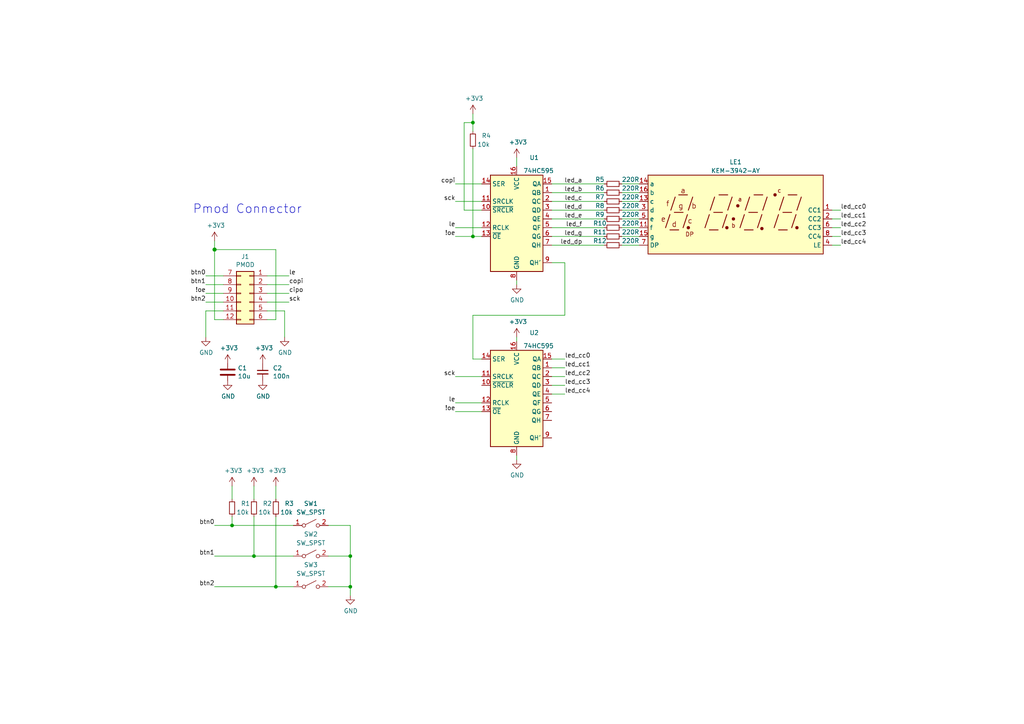
<source format=kicad_sch>
(kicad_sch (version 20230121) (generator eeschema)
  (paper "A4")
  (title_block (title "quad-7seg PMOD") (date "2020-12-10") (rev "r1.0") (company "GsD - @gregdavill") (comment 1 "PMOD"))
  (lib_symbols
    (symbol "74xx:74HC595"
      (property "Reference" "U" (at -7.62 13.97 0))
      (property "Value" "74HC595" (at -7.62 -16.51 0))
      (symbol "74HC595_1_0"
        (pin tri_state line (at 10.16 7.62 180) (length 2.54) (name "QB") (number "1"))
        (pin input line (at -10.16 2.54 0) (length 2.54) (name "~{SRCLR}") (number "10"))
        (pin input line (at -10.16 5.08 0) (length 2.54) (name "SRCLK") (number "11"))
        (pin input line (at -10.16 -2.54 0) (length 2.54) (name "RCLK") (number "12"))
        (pin input line (at -10.16 -5.08 0) (length 2.54) (name "~{OE}") (number "13"))
        (pin input line (at -10.16 10.16 0) (length 2.54) (name "SER") (number "14"))
        (pin tri_state line (at 10.16 10.16 180) (length 2.54) (name "QA") (number "15"))
        (pin power_in line (at 0 15.24 270) (length 2.54) (name "VCC") (number "16"))
        (pin tri_state line (at 10.16 5.08 180) (length 2.54) (name "QC") (number "2"))
        (pin tri_state line (at 10.16 2.54 180) (length 2.54) (name "QD") (number "3"))
        (pin tri_state line (at 10.16 0 180) (length 2.54) (name "QE") (number "4"))
        (pin tri_state line (at 10.16 -2.54 180) (length 2.54) (name "QF") (number "5"))
        (pin tri_state line (at 10.16 -5.08 180) (length 2.54) (name "QG") (number "6"))
        (pin tri_state line (at 10.16 -7.62 180) (length 2.54) (name "QH") (number "7"))
        (pin power_in line (at 0 -17.78 90) (length 2.54) (name "GND") (number "8"))
        (pin output line (at 10.16 -12.7 180) (length 2.54) (name "QH'") (number "9"))
      )
      (symbol "74HC595_1_1"
        (rectangle (start -7.62 12.7) (end 7.62 -15.24) (stroke (width 0.254)) (fill (type background)))
      )
    )
    (symbol "7segment-rescue:pkl_C-pkl_device" (pin_numbers hide) (pin_names (offset 0.254))
      (property "Reference" "C" (at 0.635 2.54 0))
      (property "Value" "pkl_C-pkl_device" (at 0.635 -2.54 0))
      (symbol "pkl_C-pkl_device_0_1"
        (polyline (pts (xy -2.032 -0.762) (xy 2.032 -0.762)) (stroke (width 0.508)))
        (polyline (pts (xy -2.032 0.762) (xy 2.032 0.762)) (stroke (width 0.508)))
      )
      (symbol "pkl_C-pkl_device_1_1"
        (pin passive line (at 0 2.54 270) (length 1.524) (name "~") (number "1"))
        (pin passive line (at 0 -2.54 90) (length 1.524) (name "~") (number "2"))
      )
    )
    (symbol "7segment-rescue:pkl_C_Small-pkl_device" (pin_numbers hide) (pin_names (offset 0.254) hide)
      (property "Reference" "C" (at 0.254 1.778 0))
      (property "Value" "pkl_C_Small-pkl_device" (at 0.254 -2.032 0))
      (symbol "pkl_C_Small-pkl_device_0_1"
        (polyline (pts (xy -1.524 -0.508) (xy 1.524 -0.508)) (stroke (width 0.3302)))
        (polyline (pts (xy -1.524 0.508) (xy 1.524 0.508)) (stroke (width 0.3048)))
      )
      (symbol "pkl_C_Small-pkl_device_1_1"
        (pin passive line (at 0 2.54 270) (length 1.905) (name "~") (number "1"))
        (pin passive line (at 0 -2.54 90) (length 2.032) (name "~") (number "2"))
      )
    )
    (symbol "Connector_Generic:Conn_02x06_Top_Bottom" (pin_names (offset 1.016) hide)
      (property "Reference" "J" (at 1.27 7.62 0))
      (property "Value" "Conn_02x06_Top_Bottom" (at 1.27 -10.16 0))
      (symbol "Conn_02x06_Top_Bottom_1_1"
        (rectangle (start -1.27 -7.493) (end 0 -7.747) (stroke (width 0.1524)))
        (rectangle (start -1.27 -4.953) (end 0 -5.207) (stroke (width 0.1524)))
        (rectangle (start -1.27 -2.413) (end 0 -2.667) (stroke (width 0.1524)))
        (rectangle (start -1.27 0.127) (end 0 -0.127) (stroke (width 0.1524)))
        (rectangle (start -1.27 2.667) (end 0 2.413) (stroke (width 0.1524)))
        (rectangle (start -1.27 5.207) (end 0 4.953) (stroke (width 0.1524)))
        (rectangle (start -1.27 6.35) (end 3.81 -8.89) (stroke (width 0.254)) (fill (type background)))
        (rectangle (start 3.81 -7.493) (end 2.54 -7.747) (stroke (width 0.1524)))
        (rectangle (start 3.81 -4.953) (end 2.54 -5.207) (stroke (width 0.1524)))
        (rectangle (start 3.81 -2.413) (end 2.54 -2.667) (stroke (width 0.1524)))
        (rectangle (start 3.81 0.127) (end 2.54 -0.127) (stroke (width 0.1524)))
        (rectangle (start 3.81 2.667) (end 2.54 2.413) (stroke (width 0.1524)))
        (rectangle (start 3.81 5.207) (end 2.54 4.953) (stroke (width 0.1524)))
        (pin passive line (at -5.08 5.08 0) (length 3.81) (name "Pin_1") (number "1"))
        (pin passive line (at 7.62 -2.54 180) (length 3.81) (name "Pin_10") (number "10"))
        (pin passive line (at 7.62 -5.08 180) (length 3.81) (name "Pin_11") (number "11"))
        (pin passive line (at 7.62 -7.62 180) (length 3.81) (name "Pin_12") (number "12"))
        (pin passive line (at -5.08 2.54 0) (length 3.81) (name "Pin_2") (number "2"))
        (pin passive line (at -5.08 0 0) (length 3.81) (name "Pin_3") (number "3"))
        (pin passive line (at -5.08 -2.54 0) (length 3.81) (name "Pin_4") (number "4"))
        (pin passive line (at -5.08 -5.08 0) (length 3.81) (name "Pin_5") (number "5"))
        (pin passive line (at -5.08 -7.62 0) (length 3.81) (name "Pin_6") (number "6"))
        (pin passive line (at 7.62 5.08 180) (length 3.81) (name "Pin_7") (number "7"))
        (pin passive line (at 7.62 2.54 180) (length 3.81) (name "Pin_8") (number "8"))
        (pin passive line (at 7.62 0 180) (length 3.81) (name "Pin_9") (number "9"))
      )
    )
    (symbol "Switch:SW_SPST" (pin_names (offset 0) hide)
      (property "Reference" "SW" (at 0 3.175 0))
      (property "Value" "SW_SPST" (at 0 -2.54 0))
      (symbol "SW_SPST_0_0"
        (circle (center -2.032 0) (radius 0.508))
        (polyline (pts (xy -1.524 0.254) (xy 1.524 1.778)))
        (circle (center 2.032 0) (radius 0.508))
      )
      (symbol "SW_SPST_1_1"
        (pin passive line (at -5.08 0 0) (length 2.54) (name "A") (number "1"))
        (pin passive line (at 5.08 0 180) (length 2.54) (name "B") (number "2"))
      )
    )
    (symbol "icebreaker-bitsy-rescue:pkl_R_Small-pkl_device" (pin_numbers hide) (pin_names (offset 0.254) hide)
      (property "Reference" "R" (at 0.762 0.508 0))
      (property "Value" "pkl_R_Small-pkl_device" (at 0.762 -1.016 0))
      (symbol "pkl_R_Small-pkl_device_0_1"
        (rectangle (start -0.762 1.778) (end 0.762 -1.778) (stroke (width 0.2032)))
      )
      (symbol "pkl_R_Small-pkl_device_1_1"
        (pin passive line (at 0 2.54 270) (length 0.762) (name "~") (number "1"))
        (pin passive line (at 0 -2.54 90) (length 0.762) (name "~") (number "2"))
      )
    )
    (symbol "led-clock:KEM-3942-AY"
      (property "Reference" "LE" (at -24.13 11.43 0))
      (property "Value" "KEM-3942-AY" (at 17.78 11.43 0))
      (symbol "KEM-3942-AY_0_0"
        (rectangle (start -25.4 10.16) (end 25.4 -12.7) (stroke (width 0.254)) (fill (type background)))
        (polyline (pts (xy -20.32 -5.08) (xy -19.05 -1.27)) (stroke (width 0.254)))
        (polyline (pts (xy -19.05 -5.715) (xy -16.51 -5.715)) (stroke (width 0.254)))
        (polyline (pts (xy -18.796 0) (xy -17.526 3.81)) (stroke (width 0.254)))
        (polyline (pts (xy -17.78 -0.635) (xy -15.24 -0.635)) (stroke (width 0.254)))
        (polyline (pts (xy -16.51 4.445) (xy -13.97 4.445)) (stroke (width 0.254)))
        (polyline (pts (xy -15.24 -5.08) (xy -13.97 -1.27)) (stroke (width 0.254)))
        (polyline (pts (xy -13.716 0) (xy -12.446 3.81)) (stroke (width 0.254)))
        (polyline (pts (xy -8.89 -5.08) (xy -7.62 -1.27)) (stroke (width 0.254)))
        (polyline (pts (xy -7.62 -5.715) (xy -5.08 -5.715)) (stroke (width 0.254)))
        (polyline (pts (xy -7.366 0) (xy -6.096 3.81)) (stroke (width 0.254)))
        (polyline (pts (xy -6.35 -0.635) (xy -3.81 -0.635)) (stroke (width 0.254)))
        (polyline (pts (xy -4.826 4.445) (xy -2.286 4.445)) (stroke (width 0.254)))
        (polyline (pts (xy -3.81 -5.08) (xy -2.54 -1.27)) (stroke (width 0.254)))
        (polyline (pts (xy -2.286 0) (xy -1.016 3.81)) (stroke (width 0.254)))
        (polyline (pts (xy 1.27 -5.08) (xy 2.54 -1.27)) (stroke (width 0.254)))
        (polyline (pts (xy 2.54 -5.715) (xy 5.08 -5.715)) (stroke (width 0.254)))
        (polyline (pts (xy 2.794 0) (xy 4.064 3.81)) (stroke (width 0.254)))
        (polyline (pts (xy 3.81 -0.635) (xy 6.35 -0.635)) (stroke (width 0.254)))
        (polyline (pts (xy 5.334 4.445) (xy 7.874 4.445)) (stroke (width 0.254)))
        (polyline (pts (xy 6.35 -5.08) (xy 7.62 -1.27)) (stroke (width 0.254)))
        (polyline (pts (xy 7.874 0) (xy 9.144 3.81)) (stroke (width 0.254)))
        (polyline (pts (xy 11.176 -5.08) (xy 12.446 -1.27)) (stroke (width 0.254)))
        (polyline (pts (xy 12.446 -5.715) (xy 14.986 -5.715)) (stroke (width 0.254)))
        (polyline (pts (xy 12.7 0) (xy 13.97 3.81)) (stroke (width 0.254)))
        (polyline (pts (xy 13.716 -0.635) (xy 16.256 -0.635)) (stroke (width 0.254)))
        (polyline (pts (xy 15.24 4.445) (xy 17.78 4.445)) (stroke (width 0.254)))
        (polyline (pts (xy 16.256 -5.08) (xy 17.526 -1.27)) (stroke (width 0.254)))
        (polyline (pts (xy 17.78 0) (xy 19.05 3.81)) (stroke (width 0.254)))
        (text "a" (at -15.24 5.715 0) (effects (font (size 1.524 1.524))))
        (text "a" (at 1.27 3.175 0) (effects (font (size 1.2 1.2))))
        (text "b" (at -12.065 1.27 0) (effects (font (size 1.524 1.524))))
        (text "b" (at -0.635 -4.445 0) (effects (font (size 1.2 1.2))))
        (text "c" (at -13.208 -3.048 0) (effects (font (size 1.524 1.524))))
        (text "c" (at 12.7 5.715 0) (effects (font (size 1.2 1.2))))
        (text "d" (at -17.78 -4.064 0) (effects (font (size 1.524 1.524))))
        (text "DP" (at -13.335 -6.985 0) (effects (font (size 1.2 1.2))))
        (text "e" (at -20.955 -2.54 0) (effects (font (size 1.524 1.524))))
        (text "f" (at -19.685 1.905 0) (effects (font (size 1.524 1.524))))
        (text "g" (at -15.875 1.27 0) (effects (font (size 1.524 1.524))))
      )
      (symbol "KEM-3942-AY_0_1"
        (circle (center -13.716 -5.08) (radius 0.3556) (stroke (width 0.254)) (fill (type outline)))
        (circle (center -2.54 -5.08) (radius 0.3556) (stroke (width 0.254)) (fill (type outline)))
        (circle (center -0.635 -2.54) (radius 0.3556) (stroke (width 0.254)) (fill (type outline)))
        (circle (center 0.635 1.27) (radius 0.3556) (stroke (width 0.254)) (fill (type outline)))
        (circle (center 11.43 4.445) (radius 0.3556) (stroke (width 0.254)) (fill (type outline)))
      )
      (symbol "KEM-3942-AY_1_0"
        (circle (center 7.62 -5.334) (radius 0.3556) (stroke (width 0.254)) (fill (type outline)))
        (circle (center 17.78 -5.08) (radius 0.3556) (stroke (width 0.254)) (fill (type outline)))
      )
      (symbol "KEM-3942-AY_1_1"
        (pin input line (at 27.94 0 180) (length 2.54) (name "CC1") (number "1"))
        (pin input line (at -27.94 -5.08 0) (length 2.54) (name "f") (number "11"))
        (pin input line (at -27.94 2.54 0) (length 2.54) (name "c") (number "13"))
        (pin input line (at -27.94 7.62 0) (length 2.54) (name "a") (number "14"))
        (pin input line (at -27.94 -7.62 0) (length 2.54) (name "g") (number "15"))
        (pin input line (at -27.94 5.08 0) (length 2.54) (name "b") (number "16"))
        (pin input line (at 27.94 -2.54 180) (length 2.54) (name "CC2") (number "2"))
        (pin input line (at -27.94 0 0) (length 2.54) (name "d") (number "3"))
        (pin input line (at 27.94 -10.16 180) (length 2.54) (name "LE") (number "4"))
        (pin input line (at -27.94 -2.54 0) (length 2.54) (name "e") (number "5"))
        (pin input line (at 27.94 -5.08 180) (length 2.54) (name "CC3") (number "6"))
        (pin input line (at -27.94 -10.16 0) (length 2.54) (name "DP") (number "7"))
        (pin input line (at 27.94 -7.62 180) (length 2.54) (name "CC4") (number "8"))
      )
    )
    (symbol "power:+3V3" (power) (pin_names (offset 0))
      (property "Value" "+3V3" (at 0 3.556 0))
      (symbol "+3V3_0_1"
        (polyline (pts (xy -0.762 1.27) (xy 0 2.54)))
        (polyline (pts (xy 0 0) (xy 0 2.54)))
        (polyline (pts (xy 0 2.54) (xy 0.762 1.27)))
      )
      (symbol "+3V3_1_1"
        (pin power_in line (at 0 0 90) (length 0) hide (name "+3V3") (number "1"))
      )
    )
    (symbol "power:GND" (power) (pin_names (offset 0))
      (property "Value" "GND" (at 0 -3.81 0))
      (symbol "GND_0_1"
        (polyline (pts (xy 0 0) (xy 0 -1.27) (xy 1.27 -1.27) (xy 0 -2.54) (xy -1.27 -1.27) (xy 0 -1.27)))
      )
      (symbol "GND_1_1"
        (pin power_in line (at 0 0 270) (length 0) hide (name "GND") (number "1"))
      )
    )
  )
  (bus_alias "GPDI" (members "CK_N" "CK_P" "D0_N" "D0_P" "D1_N" "D1_P" "D2_N" "D2_P"))
  (junction (at 101.6 170.18) (diameter 0.9144))
  (junction (at 62.23 72.39) (diameter 1.016))
  (junction (at 137.16 68.58) (diameter 0.9144))
  (junction (at 80.01 170.18) (diameter 0.9144))
  (junction (at 73.66 161.29) (diameter 0.9144))
  (junction (at 101.6 161.29) (diameter 0.9144))
  (junction (at 67.31 152.4) (diameter 0.9144))
  (junction (at 137.16 35.56) (diameter 0.9144))
  (wire (pts (xy 180.34 71.12) (xy 185.42 71.12)))
  (wire (pts (xy 160.02 104.14) (xy 163.83 104.14)))
  (wire (pts (xy 62.23 152.4) (xy 67.31 152.4)))
  (wire (pts (xy 137.16 91.44) (xy 137.16 104.14)))
  (wire (pts (xy 101.6 152.4) (xy 101.6 161.29)))
  (wire (pts (xy 137.16 43.18) (xy 137.16 68.58)))
  (wire (pts (xy 59.69 90.17) (xy 59.69 97.79)))
  (wire (pts (xy 80.01 72.39) (xy 80.01 92.71)))
  (wire (pts (xy 80.01 170.18) (xy 85.09 170.18)))
  (wire (pts (xy 62.23 161.29) (xy 73.66 161.29)))
  (wire (pts (xy 160.02 109.22) (xy 163.83 109.22)))
  (wire (pts (xy 139.7 60.96) (xy 134.62 60.96)))
  (wire (pts (xy 82.55 90.17) (xy 82.55 97.79)))
  (wire (pts (xy 180.34 68.58) (xy 185.42 68.58)))
  (wire (pts (xy 59.69 87.63) (xy 64.77 87.63)))
  (wire (pts (xy 180.34 55.88) (xy 185.42 55.88)))
  (wire (pts (xy 95.25 152.4) (xy 101.6 152.4)))
  (wire (pts (xy 163.83 76.2) (xy 163.83 91.44)))
  (wire (pts (xy 149.86 97.79) (xy 149.86 99.06)))
  (wire (pts (xy 149.86 81.28) (xy 149.86 82.55)))
  (wire (pts (xy 160.02 68.58) (xy 175.26 68.58)))
  (wire (pts (xy 77.47 90.17) (xy 82.55 90.17)))
  (wire (pts (xy 80.01 149.86) (xy 80.01 170.18)))
  (wire (pts (xy 241.3 63.5) (xy 243.84 63.5)))
  (wire (pts (xy 59.69 80.01) (xy 64.77 80.01)))
  (wire (pts (xy 62.23 170.18) (xy 80.01 170.18)))
  (wire (pts (xy 77.47 80.01) (xy 83.82 80.01)))
  (wire (pts (xy 64.77 92.71) (xy 62.23 92.71)))
  (wire (pts (xy 160.02 60.96) (xy 175.26 60.96)))
  (wire (pts (xy 137.16 104.14) (xy 139.7 104.14)))
  (wire (pts (xy 67.31 152.4) (xy 85.09 152.4)))
  (wire (pts (xy 67.31 149.86) (xy 67.31 152.4)))
  (wire (pts (xy 180.34 58.42) (xy 185.42 58.42)))
  (wire (pts (xy 73.66 140.97) (xy 73.66 144.78)))
  (wire (pts (xy 77.47 92.71) (xy 80.01 92.71)))
  (wire (pts (xy 160.02 76.2) (xy 163.83 76.2)))
  (wire (pts (xy 59.69 85.09) (xy 64.77 85.09)))
  (wire (pts (xy 241.3 60.96) (xy 243.84 60.96)))
  (wire (pts (xy 132.08 116.84) (xy 139.7 116.84)))
  (wire (pts (xy 80.01 140.97) (xy 80.01 144.78)))
  (wire (pts (xy 180.34 66.04) (xy 185.42 66.04)))
  (wire (pts (xy 95.25 170.18) (xy 101.6 170.18)))
  (wire (pts (xy 77.47 87.63) (xy 83.82 87.63)))
  (wire (pts (xy 62.23 69.85) (xy 62.23 72.39)))
  (wire (pts (xy 149.86 132.08) (xy 149.86 133.35)))
  (wire (pts (xy 160.02 106.68) (xy 163.83 106.68)))
  (wire (pts (xy 132.08 68.58) (xy 137.16 68.58)))
  (wire (pts (xy 73.66 149.86) (xy 73.66 161.29)))
  (wire (pts (xy 101.6 161.29) (xy 101.6 170.18)))
  (wire (pts (xy 241.3 66.04) (xy 243.84 66.04)))
  (wire (pts (xy 160.02 66.04) (xy 175.26 66.04)))
  (wire (pts (xy 95.25 161.29) (xy 101.6 161.29)))
  (wire (pts (xy 64.77 90.17) (xy 59.69 90.17)))
  (wire (pts (xy 67.31 140.97) (xy 67.31 144.78)))
  (wire (pts (xy 132.08 119.38) (xy 139.7 119.38)))
  (wire (pts (xy 149.86 45.72) (xy 149.86 48.26)))
  (wire (pts (xy 160.02 55.88) (xy 175.26 55.88)))
  (wire (pts (xy 160.02 58.42) (xy 175.26 58.42)))
  (wire (pts (xy 77.47 82.55) (xy 83.82 82.55)))
  (wire (pts (xy 160.02 53.34) (xy 175.26 53.34)))
  (wire (pts (xy 101.6 170.18) (xy 101.6 172.72)))
  (wire (pts (xy 132.08 53.34) (xy 139.7 53.34)))
  (wire (pts (xy 77.47 85.09) (xy 83.82 85.09)))
  (wire (pts (xy 132.08 66.04) (xy 139.7 66.04)))
  (wire (pts (xy 180.34 63.5) (xy 185.42 63.5)))
  (wire (pts (xy 241.3 68.58) (xy 243.84 68.58)))
  (wire (pts (xy 160.02 63.5) (xy 175.26 63.5)))
  (wire (pts (xy 137.16 33.02) (xy 137.16 35.56)))
  (wire (pts (xy 132.08 109.22) (xy 139.7 109.22)))
  (wire (pts (xy 163.83 91.44) (xy 137.16 91.44)))
  (wire (pts (xy 134.62 35.56) (xy 134.62 60.96)))
  (wire (pts (xy 241.3 71.12) (xy 243.84 71.12)))
  (wire (pts (xy 180.34 53.34) (xy 185.42 53.34)))
  (wire (pts (xy 160.02 111.76) (xy 163.83 111.76)))
  (wire (pts (xy 134.62 35.56) (xy 137.16 35.56)))
  (wire (pts (xy 160.02 71.12) (xy 175.26 71.12)))
  (wire (pts (xy 137.16 68.58) (xy 139.7 68.58)))
  (wire (pts (xy 160.02 114.3) (xy 163.83 114.3)))
  (wire (pts (xy 132.08 58.42) (xy 139.7 58.42)))
  (wire (pts (xy 137.16 35.56) (xy 137.16 38.1)))
  (wire (pts (xy 80.01 72.39) (xy 62.23 72.39)))
  (wire (pts (xy 59.69 82.55) (xy 64.77 82.55)))
  (wire (pts (xy 62.23 92.71) (xy 62.23 72.39)))
  (wire (pts (xy 73.66 161.29) (xy 85.09 161.29)))
  (wire (pts (xy 180.34 60.96) (xy 185.42 60.96)))
  (text "Pmod Connector" (at 55.88 62.23 0) (effects (font (size 2.54 2.54)) (justify left bottom)))
  (label "copi" (at 83.82 82.55 0))
  (label "sck" (at 132.08 58.42 180))
  (label "led_cc0" (at 243.84 60.96 0))
  (label "!oe" (at 132.08 68.58 180))
  (label "led_g" (at 168.91 68.58 180))
  (label "led_cc1" (at 243.84 63.5 0))
  (label "led_cc1" (at 163.83 106.68 0))
  (label "btn2" (at 62.23 170.18 180))
  (label "le" (at 83.82 80.01 0))
  (label "sck" (at 132.08 109.22 180))
  (label "led_cc2" (at 243.84 66.04 0))
  (label "btn1" (at 59.69 82.55 180))
  (label "cipo" (at 83.82 85.09 0))
  (label "le" (at 132.08 116.84 180))
  (label "led_cc0" (at 163.83 104.14 0))
  (label "le" (at 132.08 66.04 180))
  (label "!oe" (at 132.08 119.38 180))
  (label "copi" (at 132.08 53.34 180))
  (label "led_cc3" (at 163.83 111.76 0))
  (label "led_b" (at 168.91 55.88 180))
  (label "btn1" (at 62.23 161.29 180))
  (label "led_e" (at 168.91 63.5 180))
  (label "btn2" (at 59.69 87.63 180))
  (label "led_cc2" (at 163.83 109.22 0))
  (label "led_cc3" (at 243.84 68.58 0))
  (label "led_cc4" (at 163.83 114.3 0))
  (label "led_d" (at 168.91 60.96 180))
  (label "btn0" (at 62.23 152.4 180))
  (label "led_dp" (at 168.91 71.12 180))
  (label "led_cc4" (at 243.84 71.12 0))
  (label "led_f" (at 168.91 66.04 180))
  (label "!oe" (at 59.69 85.09 180))
  (label "led_a" (at 168.91 53.34 180))
  (label "sck" (at 83.82 87.63 0))
  (label "led_c" (at 168.91 58.42 180))
  (label "btn0" (at 59.69 80.01 180))
  (symbol (lib_id "power:GND") (at 76.2 110.49 0) (unit 1)
    (property "Reference" "#PWR0114" (effects hide))
    (property "Value" "GND" (at 76.327 114.9604 0))
  )
  (symbol (lib_id "power:+3V3") (at 62.23 69.85 0) (unit 1)
    (property "Reference" "#PWR0112" (effects hide))
    (property "Value" "+3V3" (at 62.611 65.3796 0))
  )
  (symbol (lib_id "power:GND") (at 59.69 97.79 0) (unit 1)
    (property "Reference" "#PWR0109" (effects hide))
    (property "Value" "GND" (at 59.817 102.2604 0))
  )
  (symbol (lib_id "icebreaker-bitsy-rescue:pkl_R_Small-pkl_device") (at 137.16 40.64 0) (unit 1)
    (property "Reference" "R4" (at 139.7 39.37 0) (effects (justify left)))
    (property "Value" "10k" (at 138.43 41.91 0) (effects (justify left)))
    (property "Footprint" "Resistor_SMD:R_0402_1005Metric" (effects hide))
    (property "Mfg" "Yageo" (effects hide))
    (property "PN" "RC0402FR-0722RL" (effects hide))
  )
  (symbol (lib_id "power:+3V3") (at 73.66 140.97 0) (unit 1)
    (property "Reference" "#PWR0117" (effects hide))
    (property "Value" "+3V3" (at 74.041 136.4996 0))
  )
  (symbol (lib_id "icebreaker-bitsy-rescue:pkl_R_Small-pkl_device") (at 177.8 66.04 270) (unit 1)
    (property "Reference" "R10" (at 173.99 64.77 90))
    (property "Value" "220R" (at 182.88 64.77 90))
    (property "Footprint" "Resistor_SMD:R_0402_1005Metric" (effects hide))
    (property "Mfg" "Yageo" (effects hide))
    (property "PN" "RC0402FR-0722RL" (effects hide))
  )
  (symbol (lib_id "power:+3V3") (at 66.04 105.41 0) (unit 1)
    (property "Reference" "#PWR0108" (effects hide))
    (property "Value" "+3V3" (at 66.421 100.9396 0))
  )
  (symbol (lib_id "icebreaker-bitsy-rescue:pkl_R_Small-pkl_device") (at 177.8 55.88 270) (unit 1)
    (property "Reference" "R6" (at 173.99 54.61 90))
    (property "Value" "220R" (at 182.88 54.61 90))
    (property "Footprint" "Resistor_SMD:R_0402_1005Metric" (effects hide))
    (property "Mfg" "Yageo" (effects hide))
    (property "PN" "RC0402FR-0722RL" (effects hide))
  )
  (symbol (lib_id "Switch:SW_SPST") (at 90.17 170.18 0) (unit 1)
    (property "Reference" "SW3" (at 90.17 163.83 0))
    (property "Value" "SW_SPST" (at 90.17 166.37 0))
    (property "Footprint" "Button_Switch_SMD:SW_SPST_PTS810" (effects hide))
  )
  (symbol (lib_id "power:GND") (at 149.86 133.35 0) (unit 1)
    (property "Reference" "#PWR0107" (effects hide))
    (property "Value" "GND" (at 149.987 137.8204 0))
  )
  (symbol (lib_id "power:GND") (at 66.04 110.49 0) (unit 1)
    (property "Reference" "#PWR0113" (effects hide))
    (property "Value" "GND" (at 66.167 114.9604 0))
  )
  (symbol (lib_id "icebreaker-bitsy-rescue:pkl_R_Small-pkl_device") (at 177.8 63.5 270) (unit 1)
    (property "Reference" "R9" (at 173.99 62.23 90))
    (property "Value" "220R" (at 182.88 62.23 90))
    (property "Footprint" "Resistor_SMD:R_0402_1005Metric" (effects hide))
    (property "Mfg" "Yageo" (effects hide))
    (property "PN" "RC0402FR-0722RL" (effects hide))
  )
  (symbol (lib_id "7segment-rescue:pkl_C_Small-pkl_device") (at 76.2 107.95 0) (unit 1)
    (property "Reference" "C2" (at 79.121 106.7562 0) (effects (justify left)))
    (property "Value" "100n" (at 79.121 109.1184 0) (effects (justify left)))
    (property "Footprint" "Capacitor_SMD:C_0402_1005Metric" (effects hide))
    (property "Source" "ANY" (effects hide))
  )
  (symbol (lib_id "7segment-rescue:pkl_C-pkl_device") (at 66.04 107.95 0) (unit 1)
    (property "Reference" "C1" (at 68.961 106.7562 0) (effects (justify left)))
    (property "Value" "10u" (at 68.961 109.1184 0) (effects (justify left)))
    (property "Footprint" "Capacitor_SMD:C_0603_1608Metric" (effects hide))
    (property "Source" "ANY" (effects hide))
  )
  (symbol (lib_id "power:+3V3") (at 76.2 105.41 0) (unit 1)
    (property "Reference" "#PWR0111" (effects hide))
    (property "Value" "+3V3" (at 76.581 100.9396 0))
  )
  (symbol (lib_id "icebreaker-bitsy-rescue:pkl_R_Small-pkl_device") (at 177.8 58.42 270) (unit 1)
    (property "Reference" "R7" (at 173.99 57.15 90))
    (property "Value" "220R" (at 182.88 57.15 90))
    (property "Footprint" "Resistor_SMD:R_0402_1005Metric" (effects hide))
    (property "Mfg" "Yageo" (effects hide))
    (property "PN" "RC0402FR-0722RL" (effects hide))
  )
  (symbol (lib_id "icebreaker-bitsy-rescue:pkl_R_Small-pkl_device") (at 177.8 53.34 270) (unit 1)
    (property "Reference" "R5" (at 173.99 52.07 90))
    (property "Value" "220R" (at 182.88 52.07 90))
    (property "Footprint" "Resistor_SMD:R_0402_1005Metric" (effects hide))
    (property "Mfg" "Yageo" (effects hide))
    (property "PN" "RC0402FR-0722RL" (effects hide))
  )
  (symbol (lib_id "power:+3V3") (at 149.86 45.72 0) (unit 1)
    (property "Reference" "#PWR0102" (effects hide))
    (property "Value" "+3V3" (at 150.241 41.2496 0))
  )
  (symbol (lib_id "icebreaker-bitsy-rescue:pkl_R_Small-pkl_device") (at 177.8 71.12 270) (unit 1)
    (property "Reference" "R12" (at 173.99 69.85 90))
    (property "Value" "220R" (at 182.88 69.85 90))
    (property "Footprint" "Resistor_SMD:R_0402_1005Metric" (effects hide))
    (property "Mfg" "Yageo" (effects hide))
    (property "PN" "RC0402FR-0722RL" (effects hide))
  )
  (symbol (lib_id "power:GND") (at 101.6 172.72 0) (unit 1)
    (property "Reference" "#PWR0118" (effects hide))
    (property "Value" "GND" (at 101.727 177.1904 0))
  )
  (symbol (lib_id "icebreaker-bitsy-rescue:pkl_R_Small-pkl_device") (at 67.31 147.32 0) (unit 1)
    (property "Reference" "R1" (at 69.85 146.05 0) (effects (justify left)))
    (property "Value" "10k" (at 68.58 148.59 0) (effects (justify left)))
    (property "Footprint" "Resistor_SMD:R_0402_1005Metric" (effects hide))
    (property "Mfg" "Yageo" (effects hide))
    (property "PN" "RC0402FR-0722RL" (effects hide))
  )
  (symbol (lib_id "icebreaker-bitsy-rescue:pkl_R_Small-pkl_device") (at 177.8 68.58 270) (unit 1)
    (property "Reference" "R11" (at 173.99 67.31 90))
    (property "Value" "220R" (at 182.88 67.31 90))
    (property "Footprint" "Resistor_SMD:R_0402_1005Metric" (effects hide))
    (property "Mfg" "Yageo" (effects hide))
    (property "PN" "RC0402FR-0722RL" (effects hide))
  )
  (symbol (lib_id "icebreaker-bitsy-rescue:pkl_R_Small-pkl_device") (at 177.8 60.96 270) (unit 1)
    (property "Reference" "R8" (at 173.99 59.69 90))
    (property "Value" "220R" (at 182.88 59.69 90))
    (property "Footprint" "Resistor_SMD:R_0402_1005Metric" (effects hide))
    (property "Mfg" "Yageo" (effects hide))
    (property "PN" "RC0402FR-0722RL" (effects hide))
  )
  (symbol (lib_id "power:+3V3") (at 80.01 140.97 0) (unit 1)
    (property "Reference" "#PWR0116" (effects hide))
    (property "Value" "+3V3" (at 80.391 136.4996 0))
  )
  (symbol (lib_id "Switch:SW_SPST") (at 90.17 152.4 0) (unit 1)
    (property "Reference" "SW1" (at 90.17 146.05 0))
    (property "Value" "SW_SPST" (at 90.17 148.59 0))
    (property "Footprint" "Button_Switch_SMD:SW_SPST_PTS810" (effects hide))
  )
  (symbol (lib_id "icebreaker-bitsy-rescue:pkl_R_Small-pkl_device") (at 73.66 147.32 0) (unit 1)
    (property "Reference" "R2" (at 76.2 146.05 0) (effects (justify left)))
    (property "Value" "10k" (at 74.93 148.59 0) (effects (justify left)))
    (property "Footprint" "Resistor_SMD:R_0402_1005Metric" (effects hide))
    (property "Mfg" "Yageo" (effects hide))
    (property "PN" "RC0402FR-0722RL" (effects hide))
  )
  (symbol (lib_id "74xx:74HC595") (at 149.86 63.5 0) (unit 1)
    (property "Reference" "U1" (at 154.94 45.72 0))
    (property "Value" "74HC595" (at 156.21 49.53 0))
    (property "Footprint" "Package_SO:TSSOP-16_4.4x5mm_P0.65mm" (effects hide))
    (property "Datasheet" "http://www.ti.com/lit/ds/symlink/sn74hc595.pdf" (effects hide))
  )
  (symbol (lib_id "power:+3V3") (at 67.31 140.97 0) (unit 1)
    (property "Reference" "#PWR0115" (effects hide))
    (property "Value" "+3V3" (at 67.691 136.4996 0))
  )
  (symbol (lib_id "icebreaker-bitsy-rescue:pkl_R_Small-pkl_device") (at 80.01 147.32 0) (unit 1)
    (property "Reference" "R3" (at 82.55 146.05 0) (effects (justify left)))
    (property "Value" "10k" (at 81.28 148.59 0) (effects (justify left)))
    (property "Footprint" "Resistor_SMD:R_0402_1005Metric" (effects hide))
    (property "Mfg" "Yageo" (effects hide))
    (property "PN" "RC0402FR-0722RL" (effects hide))
  )
  (symbol (lib_id "Switch:SW_SPST") (at 90.17 161.29 0) (unit 1)
    (property "Reference" "SW2" (at 90.17 154.94 0))
    (property "Value" "SW_SPST" (at 90.17 157.48 0))
    (property "Footprint" "Button_Switch_SMD:SW_SPST_PTS810" (effects hide))
  )
  (symbol (lib_id "power:GND") (at 82.55 97.79 0) (unit 1)
    (property "Reference" "#PWR0110" (effects hide))
    (property "Value" "GND" (at 82.677 102.2604 0))
  )
  (symbol (lib_id "Connector_Generic:Conn_02x06_Top_Bottom") (at 72.39 85.09 0) (mirror y) (unit 1)
    (property "Reference" "J1" (at 71.12 74.422 0))
    (property "Value" "PMOD" (at 71.12 76.7842 0))
    (property "Footprint" "Connector_PinHeader_2.54mm:PinHeader_2x06_P2.54mm_Horizontal" (effects hide))
    (property "Source" "ANY" (effects hide))
  )
  (symbol (lib_id "power:GND") (at 149.86 82.55 0) (unit 1)
    (property "Reference" "#PWR0101" (effects hide))
    (property "Value" "GND" (at 149.987 87.0204 0))
  )
  (symbol (lib_id "power:+3V3") (at 149.86 97.79 0) (unit 1)
    (property "Reference" "#PWR0106" (effects hide))
    (property "Value" "+3V3" (at 150.241 93.3196 0))
  )
  (symbol (lib_id "power:+3V3") (at 137.16 33.02 0) (unit 1)
    (property "Reference" "#PWR0103" (effects hide))
    (property "Value" "+3V3" (at 137.541 28.5496 0))
  )
  (symbol (lib_id "led-clock:KEM-3942-AY") (at 213.36 60.96 0) (unit 1)
    (property "Reference" "LE1" (at 213.36 46.99 0))
    (property "Value" "KEM-3942-AY" (at 213.36 49.53 0))
    (property "Footprint" "gsd-footprints:kem-3942-ay" (effects hide))
  )
  (symbol (lib_id "74xx:74HC595") (at 149.86 114.3 0) (unit 1)
    (property "Reference" "U2" (at 154.94 96.52 0))
    (property "Value" "74HC595" (at 156.21 100.33 0))
    (property "Footprint" "Package_SO:TSSOP-16_4.4x5mm_P0.65mm" (effects hide))
    (property "Datasheet" "http://www.ti.com/lit/ds/symlink/sn74hc595.pdf" (effects hide))
  )
)
</source>
